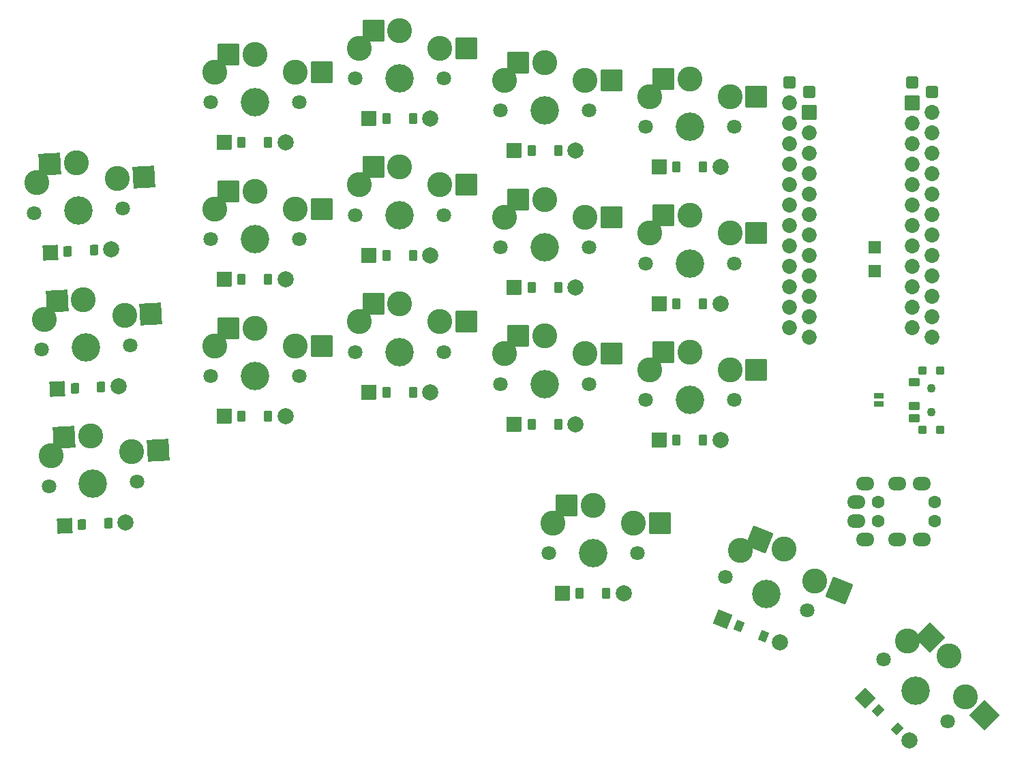
<source format=gbr>
%TF.GenerationSoftware,KiCad,Pcbnew,(6.0.4-0)*%
%TF.CreationDate,2022-05-03T20:10:54+08:00*%
%TF.ProjectId,board,626f6172-642e-46b6-9963-61645f706362,v1.0.0*%
%TF.SameCoordinates,Original*%
%TF.FileFunction,Soldermask,Bot*%
%TF.FilePolarity,Negative*%
%FSLAX46Y46*%
G04 Gerber Fmt 4.6, Leading zero omitted, Abs format (unit mm)*
G04 Created by KiCad (PCBNEW (6.0.4-0)) date 2022-05-03 20:10:54*
%MOMM*%
%LPD*%
G01*
G04 APERTURE LIST*
G04 Aperture macros list*
%AMRoundRect*
0 Rectangle with rounded corners*
0 $1 Rounding radius*
0 $2 $3 $4 $5 $6 $7 $8 $9 X,Y pos of 4 corners*
0 Add a 4 corners polygon primitive as box body*
4,1,4,$2,$3,$4,$5,$6,$7,$8,$9,$2,$3,0*
0 Add four circle primitives for the rounded corners*
1,1,$1+$1,$2,$3*
1,1,$1+$1,$4,$5*
1,1,$1+$1,$6,$7*
1,1,$1+$1,$8,$9*
0 Add four rect primitives between the rounded corners*
20,1,$1+$1,$2,$3,$4,$5,0*
20,1,$1+$1,$4,$5,$6,$7,0*
20,1,$1+$1,$6,$7,$8,$9,0*
20,1,$1+$1,$8,$9,$2,$3,0*%
G04 Aperture macros list end*
%ADD10C,1.100000*%
%ADD11C,2.005000*%
%ADD12RoundRect,0.050000X-0.450000X-0.600000X0.450000X-0.600000X0.450000X0.600000X-0.450000X0.600000X0*%
%ADD13RoundRect,0.050000X-0.889000X-0.889000X0.889000X-0.889000X0.889000X0.889000X-0.889000X0.889000X0*%
%ADD14RoundRect,0.050000X-0.641997X-0.387737X0.192469X-0.724883X0.641997X0.387737X-0.192469X0.724883X0*%
%ADD15RoundRect,0.050000X-1.157292X-0.491241X0.491241X-1.157292X1.157292X0.491241X-0.491241X1.157292X0*%
%ADD16C,1.801800*%
%ADD17C,3.100000*%
%ADD18C,3.529000*%
%ADD19RoundRect,0.050000X-1.230182X-1.366255X1.366255X-1.230182X1.230182X1.366255X-1.366255X1.230182X0*%
%ADD20RoundRect,0.050000X-0.750000X-0.750000X0.750000X-0.750000X0.750000X0.750000X-0.750000X0.750000X0*%
%ADD21RoundRect,0.050000X-1.300000X-1.300000X1.300000X-1.300000X1.300000X1.300000X-1.300000X1.300000X0*%
%ADD22RoundRect,0.050000X-0.740498X-0.119008X-0.093092X-0.744200X0.740498X0.119008X0.093092X0.744200X0*%
%ADD23RoundRect,0.050000X-1.257044X-0.021942X0.021942X-1.257044X1.257044X0.021942X-0.021942X1.257044X0*%
%ADD24RoundRect,0.050000X-0.876300X0.876300X-0.876300X-0.876300X0.876300X-0.876300X0.876300X0.876300X0*%
%ADD25C,1.852600*%
%ADD26RoundRect,0.425000X-0.375000X-0.375000X0.375000X-0.375000X0.375000X0.375000X-0.375000X0.375000X0*%
%ADD27RoundRect,0.050000X-0.417982X-0.622729X0.480785X-0.575627X0.417982X0.622729X-0.480785X0.575627X0*%
%ADD28RoundRect,0.050000X-0.841255X-0.934308X0.934308X-0.841255X0.841255X0.934308X-0.934308X0.841255X0*%
%ADD29C,1.600000*%
%ADD30O,2.300000X1.700000*%
%ADD31RoundRect,0.050000X-0.450000X0.450000X-0.450000X-0.450000X0.450000X-0.450000X0.450000X0.450000X0*%
%ADD32RoundRect,0.050000X-0.625000X0.450000X-0.625000X-0.450000X0.625000X-0.450000X0.625000X0.450000X0*%
%ADD33RoundRect,0.050000X-1.692328X-0.718350X0.718350X-1.692328X1.692328X0.718350X-0.718350X1.692328X0*%
%ADD34RoundRect,0.050000X-0.571500X0.317500X-0.571500X-0.317500X0.571500X-0.317500X0.571500X0.317500X0*%
%ADD35RoundRect,0.050000X-1.838198X-0.032086X0.032086X-1.838198X1.838198X0.032086X-0.032086X1.838198X0*%
G04 APERTURE END LIST*
D10*
%TO.C,T1*%
X143470000Y-71030000D03*
X143470000Y-74030000D03*
%TD*%
D11*
%TO.C,D14*%
X117280000Y-60530000D03*
D12*
X111820000Y-60530000D03*
D13*
X109660000Y-60530000D03*
D12*
X115120000Y-60530000D03*
%TD*%
D11*
%TO.C,D17*%
X124645407Y-102650143D03*
D14*
X119582984Y-100604791D03*
D15*
X117580267Y-99795641D03*
D14*
X122642690Y-101840993D03*
%TD*%
D12*
%TO.C,D15*%
X111820000Y-43530000D03*
D11*
X117280000Y-43530000D03*
D12*
X115120000Y-43530000D03*
D13*
X109660000Y-43530000D03*
%TD*%
D16*
%TO.C,S1*%
X33877538Y-83234291D03*
X44862462Y-82658595D03*
D17*
X34180592Y-79463262D03*
X39058601Y-77004597D03*
X39058601Y-77004597D03*
D18*
X39370000Y-82946443D03*
D17*
X44166888Y-78939902D03*
D19*
X35788089Y-77175998D03*
X47437400Y-78768502D03*
%TD*%
D20*
%TO.C,PAD1*%
X136470000Y-56530000D03*
%TD*%
D17*
%TO.C,S11*%
X90470000Y-49780000D03*
X95470000Y-47580000D03*
X100470000Y-49780000D03*
D16*
X89970000Y-53530000D03*
X100970000Y-53530000D03*
D17*
X95470000Y-47580000D03*
D18*
X95470000Y-53530000D03*
D21*
X92195000Y-47580000D03*
X103745000Y-49780000D03*
%TD*%
D11*
%TO.C,D18*%
X140775704Y-114858933D03*
D22*
X136848108Y-111066099D03*
X139221930Y-113358471D03*
D23*
X135294334Y-109565637D03*
%TD*%
D16*
%TO.C,S7*%
X71970000Y-66530000D03*
D17*
X72470000Y-62780000D03*
D16*
X82970000Y-66530000D03*
D17*
X77470000Y-60580000D03*
D18*
X77470000Y-66530000D03*
D17*
X82470000Y-62780000D03*
X77470000Y-60580000D03*
D21*
X74195000Y-60580000D03*
X85745000Y-62780000D03*
%TD*%
D17*
%TO.C,S13*%
X108470000Y-68780000D03*
X113470000Y-66580000D03*
X118470000Y-68780000D03*
X113470000Y-66580000D03*
D16*
X118970000Y-72530000D03*
D18*
X113470000Y-72530000D03*
D16*
X107970000Y-72530000D03*
D21*
X110195000Y-66580000D03*
X121745000Y-68780000D03*
%TD*%
D24*
%TO.C,MCU2*%
X128350000Y-36810000D03*
D25*
X128350000Y-39350000D03*
X128350000Y-41890000D03*
X128350000Y-44430000D03*
X128350000Y-46970000D03*
X128350000Y-49510000D03*
X128350000Y-52050000D03*
X128350000Y-54590000D03*
X128350000Y-57130000D03*
X128350000Y-59670000D03*
X128350000Y-62210000D03*
X128350000Y-64750000D03*
X143590000Y-36810000D03*
X143590000Y-39350000D03*
X143590000Y-41890000D03*
X143590000Y-44430000D03*
X143590000Y-46970000D03*
X143590000Y-49510000D03*
X143590000Y-52050000D03*
X143590000Y-54590000D03*
X143590000Y-57130000D03*
X143590000Y-59670000D03*
X143590000Y-62210000D03*
X143590000Y-64750000D03*
D26*
X143590000Y-34270000D03*
X128350000Y-34270000D03*
%TD*%
D27*
%TO.C,D1*%
X37980615Y-88025945D03*
D11*
X43433133Y-87740191D03*
D28*
X35823575Y-88138991D03*
D27*
X41276093Y-87853237D03*
%TD*%
D17*
%TO.C,S8*%
X77470000Y-43580000D03*
D16*
X71970000Y-49530000D03*
D17*
X82470000Y-45780000D03*
X77470000Y-43580000D03*
D16*
X82970000Y-49530000D03*
D17*
X72470000Y-45780000D03*
D18*
X77470000Y-49530000D03*
D21*
X74195000Y-43580000D03*
X85745000Y-45780000D03*
%TD*%
D16*
%TO.C,S10*%
X89970000Y-70530000D03*
D17*
X95470000Y-64580000D03*
D16*
X100970000Y-70530000D03*
D17*
X100470000Y-66780000D03*
X90470000Y-66780000D03*
X95470000Y-64580000D03*
D18*
X95470000Y-70530000D03*
D21*
X92195000Y-64580000D03*
X103745000Y-66780000D03*
%TD*%
D11*
%TO.C,D16*%
X105280000Y-96530000D03*
D12*
X99820000Y-96530000D03*
D13*
X97660000Y-96530000D03*
D12*
X103120000Y-96530000D03*
%TD*%
D16*
%TO.C,S6*%
X64970000Y-35530000D03*
D18*
X59470000Y-35530000D03*
D17*
X64470000Y-31780000D03*
X59470000Y-29580000D03*
X54470000Y-31780000D03*
D16*
X53970000Y-35530000D03*
D17*
X59470000Y-29580000D03*
D21*
X56195000Y-29580000D03*
X67745000Y-31780000D03*
%TD*%
D27*
%TO.C,D3*%
X36201192Y-54072540D03*
D11*
X41653710Y-53786786D03*
D28*
X34044152Y-54185586D03*
D27*
X39496670Y-53899832D03*
%TD*%
D16*
%TO.C,S9*%
X71970000Y-32530000D03*
D17*
X77470000Y-26580000D03*
X82470000Y-28780000D03*
D16*
X82970000Y-32530000D03*
D18*
X77470000Y-32530000D03*
D17*
X77470000Y-26580000D03*
X72470000Y-28780000D03*
D21*
X74195000Y-26580000D03*
X85745000Y-28780000D03*
%TD*%
D16*
%TO.C,S15*%
X118970000Y-38530000D03*
D17*
X118470000Y-34780000D03*
X113470000Y-32580000D03*
X113470000Y-32580000D03*
D16*
X107970000Y-38530000D03*
D17*
X108470000Y-34780000D03*
D18*
X113470000Y-38530000D03*
D21*
X110195000Y-32580000D03*
X121745000Y-34780000D03*
%TD*%
D12*
%TO.C,D6*%
X57820000Y-40530000D03*
D11*
X63280000Y-40530000D03*
D12*
X61120000Y-40530000D03*
D13*
X55660000Y-40530000D03*
%TD*%
D16*
%TO.C,S5*%
X64970000Y-52530000D03*
D18*
X59470000Y-52530000D03*
D17*
X59470000Y-46580000D03*
X59470000Y-46580000D03*
X64470000Y-48780000D03*
X54470000Y-48780000D03*
D16*
X53970000Y-52530000D03*
D21*
X56195000Y-46580000D03*
X67745000Y-48780000D03*
%TD*%
D11*
%TO.C,D9*%
X81280000Y-37530000D03*
D12*
X75820000Y-37530000D03*
X79120000Y-37530000D03*
D13*
X73660000Y-37530000D03*
%TD*%
D27*
%TO.C,D2*%
X37090904Y-71049243D03*
D11*
X42543422Y-70763489D03*
D27*
X40386382Y-70876535D03*
D28*
X34933864Y-71162289D03*
%TD*%
D26*
%TO.C,MCU1*%
X141090000Y-33020000D03*
X125850000Y-33020000D03*
D25*
X125850000Y-63500000D03*
X125850000Y-60960000D03*
X125850000Y-58420000D03*
X125850000Y-55880000D03*
X125850000Y-53340000D03*
X125850000Y-50800000D03*
X125850000Y-48260000D03*
X125850000Y-45720000D03*
X125850000Y-43180000D03*
X125850000Y-40640000D03*
X125850000Y-38100000D03*
X125850000Y-35560000D03*
X141090000Y-63500000D03*
X141090000Y-60960000D03*
X141090000Y-58420000D03*
X141090000Y-55880000D03*
X141090000Y-53340000D03*
X141090000Y-50800000D03*
X141090000Y-48260000D03*
X141090000Y-45720000D03*
X141090000Y-43180000D03*
X141090000Y-40640000D03*
X141090000Y-38100000D03*
D24*
X141090000Y-35560000D03*
%TD*%
D16*
%TO.C,S2*%
X43969425Y-65681893D03*
D18*
X38476963Y-65969741D03*
D16*
X32984501Y-66257589D03*
D17*
X43273851Y-61963200D03*
X38165564Y-60027895D03*
X33287555Y-62486560D03*
X38165564Y-60027895D03*
D19*
X34895052Y-60199296D03*
X46544363Y-61791800D03*
%TD*%
D29*
%TO.C,TRRS1*%
X143870000Y-87530000D03*
X143870000Y-85230000D03*
X136870000Y-85230000D03*
X136870000Y-87530000D03*
D30*
X134170000Y-87530000D03*
X134170000Y-85230000D03*
X135270000Y-82930000D03*
X135270000Y-89830000D03*
X139270000Y-89830000D03*
X139270000Y-82930000D03*
X142270000Y-89830000D03*
X142270000Y-82930000D03*
%TD*%
D31*
%TO.C,T2*%
X144570000Y-76230000D03*
X144570000Y-68830000D03*
D10*
X143470000Y-74030000D03*
X143470000Y-71030000D03*
D31*
X142370000Y-68830000D03*
X142370000Y-76230000D03*
D32*
X141395000Y-70280000D03*
X141395000Y-73280000D03*
X141395000Y-74780000D03*
%TD*%
D18*
%TO.C,S16*%
X101470000Y-91530000D03*
D17*
X101470000Y-85580000D03*
D16*
X106970000Y-91530000D03*
D17*
X106470000Y-87780000D03*
D16*
X95970000Y-91530000D03*
D17*
X101470000Y-85580000D03*
X96470000Y-87780000D03*
D21*
X98195000Y-85580000D03*
X109745000Y-87780000D03*
%TD*%
D17*
%TO.C,S3*%
X37275853Y-43051193D03*
X32397844Y-45509858D03*
D18*
X37587252Y-48993039D03*
D16*
X43079714Y-48705191D03*
D17*
X37275853Y-43051193D03*
D16*
X32094790Y-49280887D03*
D17*
X42384140Y-44986498D03*
D19*
X34005341Y-43222594D03*
X45654652Y-44815098D03*
%TD*%
D18*
%TO.C,S17*%
X122985870Y-96586973D03*
D17*
X129026564Y-94983067D03*
X125214779Y-91070229D03*
D16*
X128085381Y-98647309D03*
D17*
X119754725Y-91237001D03*
D16*
X117886359Y-94526637D03*
D17*
X125214779Y-91070229D03*
D33*
X122178252Y-89843392D03*
X132063091Y-96209903D03*
%TD*%
D12*
%TO.C,D12*%
X93820000Y-41530000D03*
D11*
X99280000Y-41530000D03*
D13*
X91660000Y-41530000D03*
D12*
X97120000Y-41530000D03*
%TD*%
%TO.C,D8*%
X75820000Y-54530000D03*
D11*
X81280000Y-54530000D03*
D13*
X73660000Y-54530000D03*
D12*
X79120000Y-54530000D03*
%TD*%
D11*
%TO.C,D13*%
X117280000Y-77530000D03*
D12*
X111820000Y-77530000D03*
D13*
X109660000Y-77530000D03*
D12*
X115120000Y-77530000D03*
%TD*%
D16*
%TO.C,S4*%
X64970000Y-69530000D03*
X53970000Y-69530000D03*
D17*
X64470000Y-65780000D03*
X54470000Y-65780000D03*
X59470000Y-63580000D03*
D18*
X59470000Y-69530000D03*
D17*
X59470000Y-63580000D03*
D21*
X56195000Y-63580000D03*
X67745000Y-65780000D03*
%TD*%
D12*
%TO.C,D10*%
X93820000Y-75530000D03*
D11*
X99280000Y-75530000D03*
D12*
X97120000Y-75530000D03*
D13*
X91660000Y-75530000D03*
%TD*%
D12*
%TO.C,D5*%
X57820000Y-57530000D03*
D11*
X63280000Y-57530000D03*
D13*
X55660000Y-57530000D03*
D12*
X61120000Y-57530000D03*
%TD*%
%TO.C,D7*%
X75820000Y-71530000D03*
D11*
X81280000Y-71530000D03*
D13*
X73660000Y-71530000D03*
D12*
X79120000Y-71530000D03*
%TD*%
D16*
%TO.C,S14*%
X118970000Y-55530000D03*
X107970000Y-55530000D03*
D17*
X113470000Y-49580000D03*
X118470000Y-51780000D03*
D18*
X113470000Y-55530000D03*
D17*
X108470000Y-51780000D03*
X113470000Y-49580000D03*
D21*
X110195000Y-49580000D03*
X121745000Y-51780000D03*
%TD*%
D11*
%TO.C,D11*%
X99280000Y-58530000D03*
D12*
X93820000Y-58530000D03*
D13*
X91660000Y-58530000D03*
D12*
X97120000Y-58530000D03*
%TD*%
D34*
%TO.C,J1*%
X136970000Y-72029620D03*
X136970000Y-73030380D03*
%TD*%
D17*
%TO.C,S18*%
X145641528Y-104335514D03*
X145641528Y-104335514D03*
X147709979Y-109391354D03*
D16*
X145464680Y-112436207D03*
D18*
X141508311Y-108615586D03*
D16*
X137551942Y-104794965D03*
D17*
X140516581Y-102444770D03*
D35*
X143285690Y-102060508D03*
X150065817Y-111666360D03*
%TD*%
D20*
%TO.C,PAD2*%
X136470000Y-53530000D03*
%TD*%
D17*
%TO.C,S12*%
X95470000Y-30580000D03*
X90470000Y-32780000D03*
X95470000Y-30580000D03*
X100470000Y-32780000D03*
D18*
X95470000Y-36530000D03*
D16*
X100970000Y-36530000D03*
X89970000Y-36530000D03*
D21*
X92195000Y-30580000D03*
X103745000Y-32780000D03*
%TD*%
D11*
%TO.C,D4*%
X63280000Y-74530000D03*
D12*
X57820000Y-74530000D03*
X61120000Y-74530000D03*
D13*
X55660000Y-74530000D03*
%TD*%
M02*

</source>
